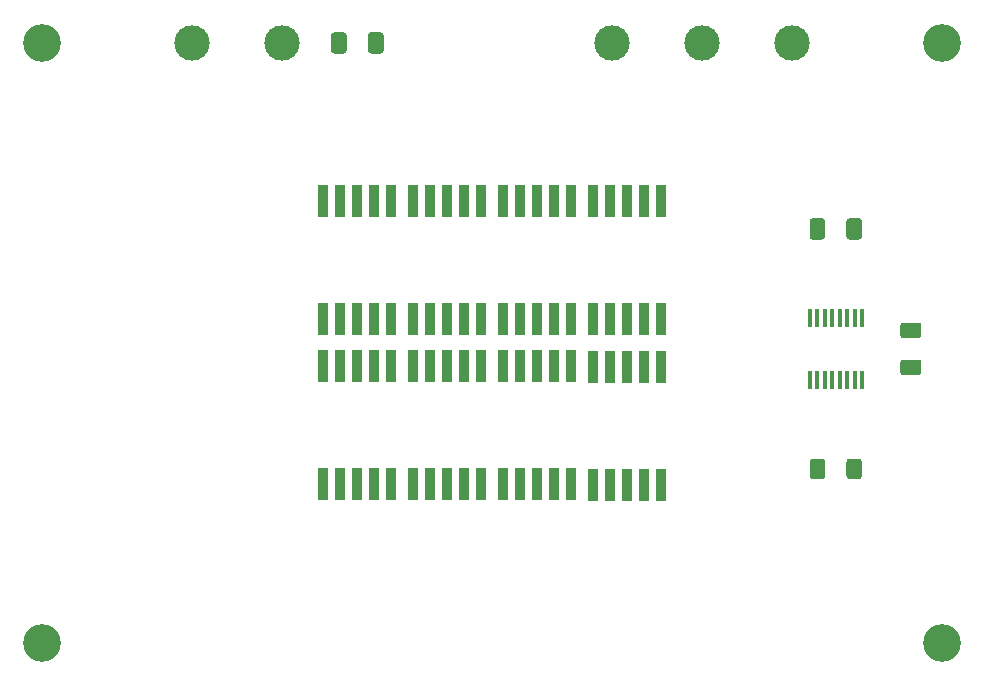
<source format=gbr>
%TF.GenerationSoftware,KiCad,Pcbnew,5.1.9+dfsg1-1*%
%TF.CreationDate,2021-03-24T19:05:18-05:00*%
%TF.ProjectId,7seg-prototype,37736567-2d70-4726-9f74-6f747970652e,1.0.0*%
%TF.SameCoordinates,Original*%
%TF.FileFunction,Soldermask,Top*%
%TF.FilePolarity,Negative*%
%FSLAX46Y46*%
G04 Gerber Fmt 4.6, Leading zero omitted, Abs format (unit mm)*
G04 Created by KiCad (PCBNEW 5.1.9+dfsg1-1) date 2021-03-24 19:05:18*
%MOMM*%
%LPD*%
G01*
G04 APERTURE LIST*
%ADD10R,0.410000X1.600000*%
%ADD11R,0.900000X2.800000*%
%ADD12C,3.000000*%
%ADD13C,3.200000*%
G04 APERTURE END LIST*
D10*
%TO.C,U3*%
X128460500Y-86753700D03*
X129095500Y-86753700D03*
X129730500Y-86753700D03*
X130365500Y-86753700D03*
X131000500Y-86753700D03*
X131635500Y-86753700D03*
X132270500Y-86753700D03*
X132905500Y-86753700D03*
X132905500Y-92062300D03*
X132270500Y-92062300D03*
X131635500Y-92062300D03*
X131000500Y-92062300D03*
X130365500Y-92062300D03*
X129730500Y-92062300D03*
X129095500Y-92062300D03*
X128460500Y-92062300D03*
%TD*%
D11*
%TO.C,D2*%
X102530000Y-76915000D03*
X103970000Y-76915000D03*
X105410000Y-76915000D03*
X106850000Y-76915000D03*
X108290000Y-76915000D03*
X108290000Y-86915000D03*
X106850000Y-86915000D03*
X105410000Y-86915000D03*
X103970000Y-86915000D03*
X102530000Y-86915000D03*
%TD*%
D12*
%TO.C,J5*%
X127000000Y-63500000D03*
%TD*%
%TO.C,J4*%
X119380000Y-63500000D03*
%TD*%
%TO.C,J3*%
X111760000Y-63500000D03*
%TD*%
%TO.C,J2*%
X83820000Y-63500000D03*
%TD*%
%TO.C,J1*%
X76200000Y-63500000D03*
%TD*%
D11*
%TO.C,D7*%
X110150000Y-90965000D03*
X111590000Y-90965000D03*
X113030000Y-90965000D03*
X114470000Y-90965000D03*
X115910000Y-90965000D03*
X115910000Y-100965000D03*
X114470000Y-100965000D03*
X113030000Y-100965000D03*
X111590000Y-100965000D03*
X110150000Y-100965000D03*
%TD*%
%TO.C,D6*%
X102530000Y-90885000D03*
X103970000Y-90885000D03*
X105410000Y-90885000D03*
X106850000Y-90885000D03*
X108290000Y-90885000D03*
X108290000Y-100885000D03*
X106850000Y-100885000D03*
X105410000Y-100885000D03*
X103970000Y-100885000D03*
X102530000Y-100885000D03*
%TD*%
%TO.C,D5*%
X94910000Y-90885000D03*
X96350000Y-90885000D03*
X97790000Y-90885000D03*
X99230000Y-90885000D03*
X100670000Y-90885000D03*
X100670000Y-100885000D03*
X99230000Y-100885000D03*
X97790000Y-100885000D03*
X96350000Y-100885000D03*
X94910000Y-100885000D03*
%TD*%
%TO.C,D4*%
X87290000Y-90885000D03*
X88730000Y-90885000D03*
X90170000Y-90885000D03*
X91610000Y-90885000D03*
X93050000Y-90885000D03*
X93050000Y-100885000D03*
X91610000Y-100885000D03*
X90170000Y-100885000D03*
X88730000Y-100885000D03*
X87290000Y-100885000D03*
%TD*%
%TO.C,D3*%
X110150000Y-76915000D03*
X111590000Y-76915000D03*
X113030000Y-76915000D03*
X114470000Y-76915000D03*
X115910000Y-76915000D03*
X115910000Y-86915000D03*
X114470000Y-86915000D03*
X113030000Y-86915000D03*
X111590000Y-86915000D03*
X110150000Y-86915000D03*
%TD*%
%TO.C,D1*%
X94910000Y-76915000D03*
X96350000Y-76915000D03*
X97790000Y-76915000D03*
X99230000Y-76915000D03*
X100670000Y-76915000D03*
X100670000Y-86915000D03*
X99230000Y-86915000D03*
X97790000Y-86915000D03*
X96350000Y-86915000D03*
X94910000Y-86915000D03*
%TD*%
%TO.C,D0*%
X87290000Y-76915000D03*
X88730000Y-76915000D03*
X90170000Y-76915000D03*
X91610000Y-76915000D03*
X93050000Y-76915000D03*
X93050000Y-86915000D03*
X91610000Y-86915000D03*
X90170000Y-86915000D03*
X88730000Y-86915000D03*
X87290000Y-86915000D03*
%TD*%
%TO.C,C1*%
G36*
G01*
X91070000Y-64150002D02*
X91070000Y-62849998D01*
G75*
G02*
X91319998Y-62600000I249998J0D01*
G01*
X92145002Y-62600000D01*
G75*
G02*
X92395000Y-62849998I0J-249998D01*
G01*
X92395000Y-64150002D01*
G75*
G02*
X92145002Y-64400000I-249998J0D01*
G01*
X91319998Y-64400000D01*
G75*
G02*
X91070000Y-64150002I0J249998D01*
G01*
G37*
G36*
G01*
X87945000Y-64150002D02*
X87945000Y-62849998D01*
G75*
G02*
X88194998Y-62600000I249998J0D01*
G01*
X89020002Y-62600000D01*
G75*
G02*
X89270000Y-62849998I0J-249998D01*
G01*
X89270000Y-64150002D01*
G75*
G02*
X89020002Y-64400000I-249998J0D01*
G01*
X88194998Y-64400000D01*
G75*
G02*
X87945000Y-64150002I0J249998D01*
G01*
G37*
%TD*%
%TO.C,R2*%
G36*
G01*
X129783000Y-98942999D02*
X129783000Y-100193001D01*
G75*
G02*
X129533001Y-100443000I-249999J0D01*
G01*
X128732999Y-100443000D01*
G75*
G02*
X128483000Y-100193001I0J249999D01*
G01*
X128483000Y-98942999D01*
G75*
G02*
X128732999Y-98693000I249999J0D01*
G01*
X129533001Y-98693000D01*
G75*
G02*
X129783000Y-98942999I0J-249999D01*
G01*
G37*
G36*
G01*
X132883000Y-98942999D02*
X132883000Y-100193001D01*
G75*
G02*
X132633001Y-100443000I-249999J0D01*
G01*
X131832999Y-100443000D01*
G75*
G02*
X131583000Y-100193001I0J249999D01*
G01*
X131583000Y-98942999D01*
G75*
G02*
X131832999Y-98693000I249999J0D01*
G01*
X132633001Y-98693000D01*
G75*
G02*
X132883000Y-98942999I0J-249999D01*
G01*
G37*
%TD*%
%TO.C,C4*%
G36*
G01*
X131583000Y-79898002D02*
X131583000Y-78597998D01*
G75*
G02*
X131832998Y-78348000I249998J0D01*
G01*
X132658002Y-78348000D01*
G75*
G02*
X132908000Y-78597998I0J-249998D01*
G01*
X132908000Y-79898002D01*
G75*
G02*
X132658002Y-80148000I-249998J0D01*
G01*
X131832998Y-80148000D01*
G75*
G02*
X131583000Y-79898002I0J249998D01*
G01*
G37*
G36*
G01*
X128458000Y-79898002D02*
X128458000Y-78597998D01*
G75*
G02*
X128707998Y-78348000I249998J0D01*
G01*
X129533002Y-78348000D01*
G75*
G02*
X129783000Y-78597998I0J-249998D01*
G01*
X129783000Y-79898002D01*
G75*
G02*
X129533002Y-80148000I-249998J0D01*
G01*
X128707998Y-80148000D01*
G75*
G02*
X128458000Y-79898002I0J249998D01*
G01*
G37*
%TD*%
%TO.C,C3*%
G36*
G01*
X136382998Y-90308000D02*
X137683002Y-90308000D01*
G75*
G02*
X137933000Y-90557998I0J-249998D01*
G01*
X137933000Y-91383002D01*
G75*
G02*
X137683002Y-91633000I-249998J0D01*
G01*
X136382998Y-91633000D01*
G75*
G02*
X136133000Y-91383002I0J249998D01*
G01*
X136133000Y-90557998D01*
G75*
G02*
X136382998Y-90308000I249998J0D01*
G01*
G37*
G36*
G01*
X136382998Y-87183000D02*
X137683002Y-87183000D01*
G75*
G02*
X137933000Y-87432998I0J-249998D01*
G01*
X137933000Y-88258002D01*
G75*
G02*
X137683002Y-88508000I-249998J0D01*
G01*
X136382998Y-88508000D01*
G75*
G02*
X136133000Y-88258002I0J249998D01*
G01*
X136133000Y-87432998D01*
G75*
G02*
X136382998Y-87183000I249998J0D01*
G01*
G37*
%TD*%
D13*
%TO.C,REF\u002A\u002A*%
X63500000Y-114300000D03*
%TD*%
%TO.C,REF\u002A\u002A*%
X139700000Y-114300000D03*
%TD*%
%TO.C,REF\u002A\u002A*%
X63500000Y-63500000D03*
%TD*%
%TO.C,REF\u002A\u002A*%
X139700000Y-63500000D03*
%TD*%
M02*

</source>
